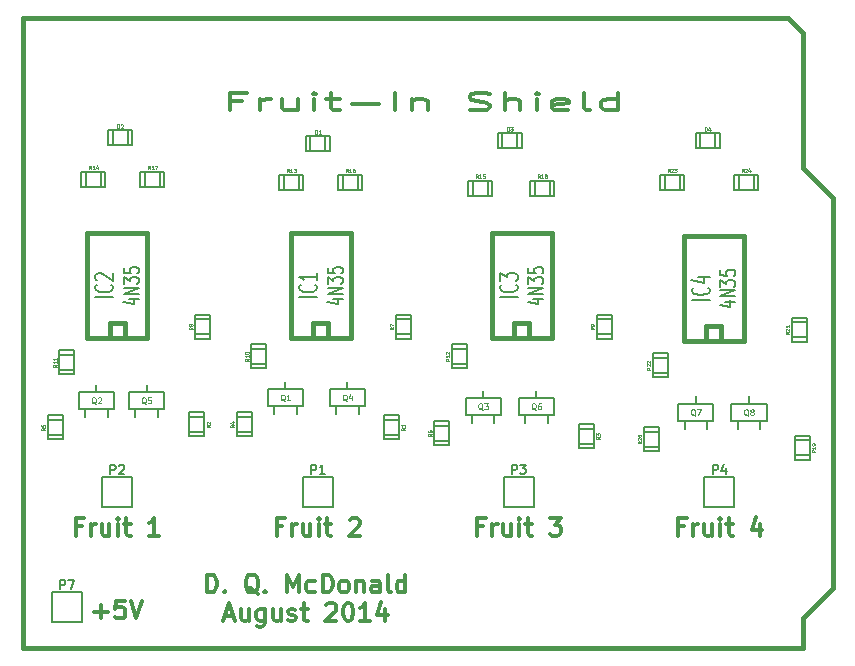
<source format=gto>
%FSLAX34Y34*%
G04 Gerber Fmt 3.4, Leading zero omitted, Abs format*
G04 (created by PCBNEW (2014-02-26 BZR 4721)-product) date Tuesday, 26 August 2014 11:02:49*
%MOIN*%
G01*
G70*
G90*
G04 APERTURE LIST*
%ADD10C,0.005906*%
%ADD11C,0.011811*%
%ADD12C,0.005000*%
%ADD13C,0.015000*%
%ADD14C,0.006000*%
%ADD15C,0.002400*%
%ADD16C,0.012000*%
%ADD17C,0.003900*%
G04 APERTURE END LIST*
G54D10*
G54D11*
X22075Y-44530D02*
X22525Y-44530D01*
X22300Y-44755D02*
X22300Y-44305D01*
X23087Y-44164D02*
X22806Y-44164D01*
X22778Y-44446D01*
X22806Y-44417D01*
X22862Y-44389D01*
X23003Y-44389D01*
X23059Y-44417D01*
X23087Y-44446D01*
X23115Y-44502D01*
X23115Y-44642D01*
X23087Y-44699D01*
X23059Y-44727D01*
X23003Y-44755D01*
X22862Y-44755D01*
X22806Y-44727D01*
X22778Y-44699D01*
X23284Y-44164D02*
X23481Y-44755D01*
X23678Y-44164D01*
X25829Y-43889D02*
X25829Y-43298D01*
X25970Y-43298D01*
X26054Y-43326D01*
X26110Y-43383D01*
X26138Y-43439D01*
X26167Y-43551D01*
X26167Y-43636D01*
X26138Y-43748D01*
X26110Y-43804D01*
X26054Y-43861D01*
X25970Y-43889D01*
X25829Y-43889D01*
X26420Y-43832D02*
X26448Y-43861D01*
X26420Y-43889D01*
X26392Y-43861D01*
X26420Y-43832D01*
X26420Y-43889D01*
X27544Y-43945D02*
X27488Y-43917D01*
X27432Y-43861D01*
X27348Y-43776D01*
X27291Y-43748D01*
X27235Y-43748D01*
X27263Y-43889D02*
X27207Y-43861D01*
X27151Y-43804D01*
X27123Y-43692D01*
X27123Y-43495D01*
X27151Y-43383D01*
X27207Y-43326D01*
X27263Y-43298D01*
X27376Y-43298D01*
X27432Y-43326D01*
X27488Y-43383D01*
X27516Y-43495D01*
X27516Y-43692D01*
X27488Y-43804D01*
X27432Y-43861D01*
X27376Y-43889D01*
X27263Y-43889D01*
X27769Y-43832D02*
X27798Y-43861D01*
X27769Y-43889D01*
X27741Y-43861D01*
X27769Y-43832D01*
X27769Y-43889D01*
X28501Y-43889D02*
X28501Y-43298D01*
X28697Y-43720D01*
X28894Y-43298D01*
X28894Y-43889D01*
X29429Y-43861D02*
X29372Y-43889D01*
X29260Y-43889D01*
X29204Y-43861D01*
X29176Y-43832D01*
X29147Y-43776D01*
X29147Y-43607D01*
X29176Y-43551D01*
X29204Y-43523D01*
X29260Y-43495D01*
X29372Y-43495D01*
X29429Y-43523D01*
X29682Y-43889D02*
X29682Y-43298D01*
X29822Y-43298D01*
X29907Y-43326D01*
X29963Y-43383D01*
X29991Y-43439D01*
X30019Y-43551D01*
X30019Y-43636D01*
X29991Y-43748D01*
X29963Y-43804D01*
X29907Y-43861D01*
X29822Y-43889D01*
X29682Y-43889D01*
X30357Y-43889D02*
X30300Y-43861D01*
X30272Y-43832D01*
X30244Y-43776D01*
X30244Y-43607D01*
X30272Y-43551D01*
X30300Y-43523D01*
X30357Y-43495D01*
X30441Y-43495D01*
X30497Y-43523D01*
X30525Y-43551D01*
X30553Y-43607D01*
X30553Y-43776D01*
X30525Y-43832D01*
X30497Y-43861D01*
X30441Y-43889D01*
X30357Y-43889D01*
X30807Y-43495D02*
X30807Y-43889D01*
X30807Y-43551D02*
X30835Y-43523D01*
X30891Y-43495D01*
X30975Y-43495D01*
X31032Y-43523D01*
X31060Y-43579D01*
X31060Y-43889D01*
X31594Y-43889D02*
X31594Y-43579D01*
X31566Y-43523D01*
X31510Y-43495D01*
X31397Y-43495D01*
X31341Y-43523D01*
X31594Y-43861D02*
X31538Y-43889D01*
X31397Y-43889D01*
X31341Y-43861D01*
X31313Y-43804D01*
X31313Y-43748D01*
X31341Y-43692D01*
X31397Y-43664D01*
X31538Y-43664D01*
X31594Y-43636D01*
X31960Y-43889D02*
X31903Y-43861D01*
X31875Y-43804D01*
X31875Y-43298D01*
X32438Y-43889D02*
X32438Y-43298D01*
X32438Y-43861D02*
X32381Y-43889D01*
X32269Y-43889D01*
X32213Y-43861D01*
X32185Y-43832D01*
X32156Y-43776D01*
X32156Y-43607D01*
X32185Y-43551D01*
X32213Y-43523D01*
X32269Y-43495D01*
X32381Y-43495D01*
X32438Y-43523D01*
X26434Y-44665D02*
X26715Y-44665D01*
X26377Y-44834D02*
X26574Y-44243D01*
X26771Y-44834D01*
X27221Y-44440D02*
X27221Y-44834D01*
X26968Y-44440D02*
X26968Y-44749D01*
X26996Y-44805D01*
X27052Y-44834D01*
X27137Y-44834D01*
X27193Y-44805D01*
X27221Y-44777D01*
X27755Y-44440D02*
X27755Y-44918D01*
X27727Y-44974D01*
X27699Y-45002D01*
X27643Y-45030D01*
X27559Y-45030D01*
X27502Y-45002D01*
X27755Y-44805D02*
X27699Y-44834D01*
X27587Y-44834D01*
X27530Y-44805D01*
X27502Y-44777D01*
X27474Y-44721D01*
X27474Y-44552D01*
X27502Y-44496D01*
X27530Y-44468D01*
X27587Y-44440D01*
X27699Y-44440D01*
X27755Y-44468D01*
X28290Y-44440D02*
X28290Y-44834D01*
X28037Y-44440D02*
X28037Y-44749D01*
X28065Y-44805D01*
X28121Y-44834D01*
X28205Y-44834D01*
X28262Y-44805D01*
X28290Y-44777D01*
X28543Y-44805D02*
X28599Y-44834D01*
X28712Y-44834D01*
X28768Y-44805D01*
X28796Y-44749D01*
X28796Y-44721D01*
X28768Y-44665D01*
X28712Y-44637D01*
X28627Y-44637D01*
X28571Y-44609D01*
X28543Y-44552D01*
X28543Y-44524D01*
X28571Y-44468D01*
X28627Y-44440D01*
X28712Y-44440D01*
X28768Y-44468D01*
X28965Y-44440D02*
X29190Y-44440D01*
X29049Y-44243D02*
X29049Y-44749D01*
X29077Y-44805D01*
X29133Y-44834D01*
X29190Y-44834D01*
X29808Y-44299D02*
X29836Y-44271D01*
X29893Y-44243D01*
X30033Y-44243D01*
X30089Y-44271D01*
X30118Y-44299D01*
X30146Y-44356D01*
X30146Y-44412D01*
X30118Y-44496D01*
X29780Y-44834D01*
X30146Y-44834D01*
X30511Y-44243D02*
X30568Y-44243D01*
X30624Y-44271D01*
X30652Y-44299D01*
X30680Y-44356D01*
X30708Y-44468D01*
X30708Y-44609D01*
X30680Y-44721D01*
X30652Y-44777D01*
X30624Y-44805D01*
X30568Y-44834D01*
X30511Y-44834D01*
X30455Y-44805D01*
X30427Y-44777D01*
X30399Y-44721D01*
X30371Y-44609D01*
X30371Y-44468D01*
X30399Y-44356D01*
X30427Y-44299D01*
X30455Y-44271D01*
X30511Y-44243D01*
X31271Y-44834D02*
X30933Y-44834D01*
X31102Y-44834D02*
X31102Y-44243D01*
X31046Y-44327D01*
X30989Y-44384D01*
X30933Y-44412D01*
X31777Y-44440D02*
X31777Y-44834D01*
X31636Y-44215D02*
X31496Y-44637D01*
X31861Y-44637D01*
X26996Y-27516D02*
X26602Y-27516D01*
X26602Y-27826D02*
X26602Y-27235D01*
X27165Y-27235D01*
X27615Y-27826D02*
X27615Y-27432D01*
X27615Y-27544D02*
X27671Y-27488D01*
X27727Y-27460D01*
X27840Y-27432D01*
X27952Y-27432D01*
X28852Y-27432D02*
X28852Y-27826D01*
X28346Y-27432D02*
X28346Y-27741D01*
X28402Y-27798D01*
X28515Y-27826D01*
X28683Y-27826D01*
X28796Y-27798D01*
X28852Y-27769D01*
X29415Y-27826D02*
X29415Y-27432D01*
X29415Y-27235D02*
X29358Y-27263D01*
X29415Y-27291D01*
X29471Y-27263D01*
X29415Y-27235D01*
X29415Y-27291D01*
X29808Y-27432D02*
X30258Y-27432D01*
X29977Y-27235D02*
X29977Y-27741D01*
X30033Y-27798D01*
X30146Y-27826D01*
X30258Y-27826D01*
X30652Y-27601D02*
X31552Y-27601D01*
X32114Y-27826D02*
X32114Y-27235D01*
X32677Y-27432D02*
X32677Y-27826D01*
X32677Y-27488D02*
X32733Y-27460D01*
X32845Y-27432D01*
X33014Y-27432D01*
X33127Y-27460D01*
X33183Y-27516D01*
X33183Y-27826D01*
X34589Y-27798D02*
X34758Y-27826D01*
X35039Y-27826D01*
X35151Y-27798D01*
X35208Y-27769D01*
X35264Y-27713D01*
X35264Y-27657D01*
X35208Y-27601D01*
X35151Y-27573D01*
X35039Y-27544D01*
X34814Y-27516D01*
X34701Y-27488D01*
X34645Y-27460D01*
X34589Y-27404D01*
X34589Y-27348D01*
X34645Y-27291D01*
X34701Y-27263D01*
X34814Y-27235D01*
X35095Y-27235D01*
X35264Y-27263D01*
X35770Y-27826D02*
X35770Y-27235D01*
X36276Y-27826D02*
X36276Y-27516D01*
X36220Y-27460D01*
X36107Y-27432D01*
X35939Y-27432D01*
X35826Y-27460D01*
X35770Y-27488D01*
X36839Y-27826D02*
X36839Y-27432D01*
X36839Y-27235D02*
X36782Y-27263D01*
X36839Y-27291D01*
X36895Y-27263D01*
X36839Y-27235D01*
X36839Y-27291D01*
X37851Y-27798D02*
X37739Y-27826D01*
X37514Y-27826D01*
X37401Y-27798D01*
X37345Y-27741D01*
X37345Y-27516D01*
X37401Y-27460D01*
X37514Y-27432D01*
X37739Y-27432D01*
X37851Y-27460D01*
X37907Y-27516D01*
X37907Y-27573D01*
X37345Y-27629D01*
X38582Y-27826D02*
X38470Y-27798D01*
X38413Y-27741D01*
X38413Y-27235D01*
X39538Y-27826D02*
X39538Y-27235D01*
X39538Y-27798D02*
X39426Y-27826D01*
X39201Y-27826D01*
X39088Y-27798D01*
X39032Y-27769D01*
X38976Y-27713D01*
X38976Y-27544D01*
X39032Y-27488D01*
X39088Y-27460D01*
X39201Y-27432D01*
X39426Y-27432D01*
X39538Y-27460D01*
X41732Y-41690D02*
X41535Y-41690D01*
X41535Y-41999D02*
X41535Y-41408D01*
X41816Y-41408D01*
X42041Y-41999D02*
X42041Y-41605D01*
X42041Y-41718D02*
X42069Y-41661D01*
X42097Y-41633D01*
X42154Y-41605D01*
X42210Y-41605D01*
X42660Y-41605D02*
X42660Y-41999D01*
X42407Y-41605D02*
X42407Y-41915D01*
X42435Y-41971D01*
X42491Y-41999D01*
X42575Y-41999D01*
X42632Y-41971D01*
X42660Y-41943D01*
X42941Y-41999D02*
X42941Y-41605D01*
X42941Y-41408D02*
X42913Y-41437D01*
X42941Y-41465D01*
X42969Y-41437D01*
X42941Y-41408D01*
X42941Y-41465D01*
X43138Y-41605D02*
X43363Y-41605D01*
X43222Y-41408D02*
X43222Y-41915D01*
X43250Y-41971D01*
X43307Y-41999D01*
X43363Y-41999D01*
X44263Y-41605D02*
X44263Y-41999D01*
X44122Y-41380D02*
X43982Y-41802D01*
X44347Y-41802D01*
X35039Y-41690D02*
X34842Y-41690D01*
X34842Y-41999D02*
X34842Y-41408D01*
X35123Y-41408D01*
X35348Y-41999D02*
X35348Y-41605D01*
X35348Y-41718D02*
X35376Y-41661D01*
X35404Y-41633D01*
X35461Y-41605D01*
X35517Y-41605D01*
X35967Y-41605D02*
X35967Y-41999D01*
X35714Y-41605D02*
X35714Y-41915D01*
X35742Y-41971D01*
X35798Y-41999D01*
X35883Y-41999D01*
X35939Y-41971D01*
X35967Y-41943D01*
X36248Y-41999D02*
X36248Y-41605D01*
X36248Y-41408D02*
X36220Y-41437D01*
X36248Y-41465D01*
X36276Y-41437D01*
X36248Y-41408D01*
X36248Y-41465D01*
X36445Y-41605D02*
X36670Y-41605D01*
X36529Y-41408D02*
X36529Y-41915D01*
X36557Y-41971D01*
X36614Y-41999D01*
X36670Y-41999D01*
X37260Y-41408D02*
X37626Y-41408D01*
X37429Y-41633D01*
X37514Y-41633D01*
X37570Y-41661D01*
X37598Y-41690D01*
X37626Y-41746D01*
X37626Y-41886D01*
X37598Y-41943D01*
X37570Y-41971D01*
X37514Y-41999D01*
X37345Y-41999D01*
X37289Y-41971D01*
X37260Y-41943D01*
X28346Y-41690D02*
X28149Y-41690D01*
X28149Y-41999D02*
X28149Y-41408D01*
X28430Y-41408D01*
X28655Y-41999D02*
X28655Y-41605D01*
X28655Y-41718D02*
X28683Y-41661D01*
X28712Y-41633D01*
X28768Y-41605D01*
X28824Y-41605D01*
X29274Y-41605D02*
X29274Y-41999D01*
X29021Y-41605D02*
X29021Y-41915D01*
X29049Y-41971D01*
X29105Y-41999D01*
X29190Y-41999D01*
X29246Y-41971D01*
X29274Y-41943D01*
X29555Y-41999D02*
X29555Y-41605D01*
X29555Y-41408D02*
X29527Y-41437D01*
X29555Y-41465D01*
X29583Y-41437D01*
X29555Y-41408D01*
X29555Y-41465D01*
X29752Y-41605D02*
X29977Y-41605D01*
X29836Y-41408D02*
X29836Y-41915D01*
X29865Y-41971D01*
X29921Y-41999D01*
X29977Y-41999D01*
X30596Y-41465D02*
X30624Y-41437D01*
X30680Y-41408D01*
X30821Y-41408D01*
X30877Y-41437D01*
X30905Y-41465D01*
X30933Y-41521D01*
X30933Y-41577D01*
X30905Y-41661D01*
X30568Y-41999D01*
X30933Y-41999D01*
X21653Y-41690D02*
X21456Y-41690D01*
X21456Y-41999D02*
X21456Y-41408D01*
X21737Y-41408D01*
X21962Y-41999D02*
X21962Y-41605D01*
X21962Y-41718D02*
X21991Y-41661D01*
X22019Y-41633D01*
X22075Y-41605D01*
X22131Y-41605D01*
X22581Y-41605D02*
X22581Y-41999D01*
X22328Y-41605D02*
X22328Y-41915D01*
X22356Y-41971D01*
X22412Y-41999D01*
X22497Y-41999D01*
X22553Y-41971D01*
X22581Y-41943D01*
X22862Y-41999D02*
X22862Y-41605D01*
X22862Y-41408D02*
X22834Y-41437D01*
X22862Y-41465D01*
X22890Y-41437D01*
X22862Y-41408D01*
X22862Y-41465D01*
X23059Y-41605D02*
X23284Y-41605D01*
X23143Y-41408D02*
X23143Y-41915D01*
X23172Y-41971D01*
X23228Y-41999D01*
X23284Y-41999D01*
X24240Y-41999D02*
X23903Y-41999D01*
X24071Y-41999D02*
X24071Y-41408D01*
X24015Y-41493D01*
X23959Y-41549D01*
X23903Y-41577D01*
G54D12*
X29777Y-28687D02*
X29777Y-29187D01*
X29277Y-28687D02*
X29277Y-29177D01*
X29127Y-28687D02*
X29927Y-28687D01*
X29927Y-28687D02*
X29927Y-29187D01*
X29927Y-29187D02*
X29127Y-29187D01*
X29127Y-29187D02*
X29127Y-28687D01*
X23183Y-28490D02*
X23183Y-28990D01*
X22683Y-28490D02*
X22683Y-28980D01*
X22533Y-28490D02*
X23333Y-28490D01*
X23333Y-28490D02*
X23333Y-28990D01*
X23333Y-28990D02*
X22533Y-28990D01*
X22533Y-28990D02*
X22533Y-28490D01*
X36175Y-28588D02*
X36175Y-29088D01*
X35675Y-28588D02*
X35675Y-29078D01*
X35525Y-28588D02*
X36325Y-28588D01*
X36325Y-28588D02*
X36325Y-29088D01*
X36325Y-29088D02*
X35525Y-29088D01*
X35525Y-29088D02*
X35525Y-28588D01*
X42769Y-28588D02*
X42769Y-29088D01*
X42269Y-28588D02*
X42269Y-29078D01*
X42119Y-28588D02*
X42919Y-28588D01*
X42919Y-28588D02*
X42919Y-29088D01*
X42919Y-29088D02*
X42119Y-29088D01*
X42119Y-29088D02*
X42119Y-28588D01*
G54D13*
X28625Y-35411D02*
X28625Y-31911D01*
X28625Y-31911D02*
X30625Y-31911D01*
X30625Y-31911D02*
X30625Y-35411D01*
X30625Y-35411D02*
X28625Y-35411D01*
X29375Y-35411D02*
X29375Y-34911D01*
X29375Y-34911D02*
X29875Y-34911D01*
X29875Y-34911D02*
X29875Y-35411D01*
X21834Y-35411D02*
X21834Y-31911D01*
X21834Y-31911D02*
X23834Y-31911D01*
X23834Y-31911D02*
X23834Y-35411D01*
X23834Y-35411D02*
X21834Y-35411D01*
X22584Y-35411D02*
X22584Y-34911D01*
X22584Y-34911D02*
X23084Y-34911D01*
X23084Y-34911D02*
X23084Y-35411D01*
X35318Y-35411D02*
X35318Y-31911D01*
X35318Y-31911D02*
X37318Y-31911D01*
X37318Y-31911D02*
X37318Y-35411D01*
X37318Y-35411D02*
X35318Y-35411D01*
X36068Y-35411D02*
X36068Y-34911D01*
X36068Y-34911D02*
X36568Y-34911D01*
X36568Y-34911D02*
X36568Y-35411D01*
X41716Y-35509D02*
X41716Y-32009D01*
X41716Y-32009D02*
X43716Y-32009D01*
X43716Y-32009D02*
X43716Y-35509D01*
X43716Y-35509D02*
X41716Y-35509D01*
X42466Y-35509D02*
X42466Y-35009D01*
X42466Y-35009D02*
X42966Y-35009D01*
X42966Y-35009D02*
X42966Y-35509D01*
G54D14*
X30027Y-41051D02*
X29027Y-41051D01*
X29027Y-40051D02*
X30027Y-40051D01*
X29027Y-41051D02*
X29027Y-40051D01*
X30027Y-40051D02*
X30027Y-41051D01*
X23334Y-41051D02*
X22334Y-41051D01*
X22334Y-40051D02*
X23334Y-40051D01*
X22334Y-41051D02*
X22334Y-40051D01*
X23334Y-40051D02*
X23334Y-41051D01*
X36720Y-41051D02*
X35720Y-41051D01*
X35720Y-40051D02*
X36720Y-40051D01*
X35720Y-41051D02*
X35720Y-40051D01*
X36720Y-40051D02*
X36720Y-41051D01*
X43413Y-41051D02*
X42413Y-41051D01*
X42413Y-40051D02*
X43413Y-40051D01*
X42413Y-41051D02*
X42413Y-40051D01*
X43413Y-40051D02*
X43413Y-41051D01*
G54D12*
X32238Y-38635D02*
X31738Y-38635D01*
X32238Y-38135D02*
X31748Y-38135D01*
X32238Y-37985D02*
X32238Y-38785D01*
X32238Y-38785D02*
X31738Y-38785D01*
X31738Y-38785D02*
X31738Y-37985D01*
X31738Y-37985D02*
X32238Y-37985D01*
X25742Y-38537D02*
X25242Y-38537D01*
X25742Y-38037D02*
X25252Y-38037D01*
X25742Y-37887D02*
X25742Y-38687D01*
X25742Y-38687D02*
X25242Y-38687D01*
X25242Y-38687D02*
X25242Y-37887D01*
X25242Y-37887D02*
X25742Y-37887D01*
X38734Y-38931D02*
X38234Y-38931D01*
X38734Y-38431D02*
X38244Y-38431D01*
X38734Y-38281D02*
X38734Y-39081D01*
X38734Y-39081D02*
X38234Y-39081D01*
X38234Y-39081D02*
X38234Y-38281D01*
X38234Y-38281D02*
X38734Y-38281D01*
X26816Y-38037D02*
X27316Y-38037D01*
X26816Y-38537D02*
X27306Y-38537D01*
X26816Y-38687D02*
X26816Y-37887D01*
X26816Y-37887D02*
X27316Y-37887D01*
X27316Y-37887D02*
X27316Y-38687D01*
X27316Y-38687D02*
X26816Y-38687D01*
X20517Y-38135D02*
X21017Y-38135D01*
X20517Y-38635D02*
X21007Y-38635D01*
X20517Y-38785D02*
X20517Y-37985D01*
X20517Y-37985D02*
X21017Y-37985D01*
X21017Y-37985D02*
X21017Y-38785D01*
X21017Y-38785D02*
X20517Y-38785D01*
X33411Y-38332D02*
X33911Y-38332D01*
X33411Y-38832D02*
X33901Y-38832D01*
X33411Y-38982D02*
X33411Y-38182D01*
X33411Y-38182D02*
X33911Y-38182D01*
X33911Y-38182D02*
X33911Y-38982D01*
X33911Y-38982D02*
X33411Y-38982D01*
X32131Y-34789D02*
X32631Y-34789D01*
X32131Y-35289D02*
X32621Y-35289D01*
X32131Y-35439D02*
X32131Y-34639D01*
X32131Y-34639D02*
X32631Y-34639D01*
X32631Y-34639D02*
X32631Y-35439D01*
X32631Y-35439D02*
X32131Y-35439D01*
X25438Y-34789D02*
X25938Y-34789D01*
X25438Y-35289D02*
X25928Y-35289D01*
X25438Y-35439D02*
X25438Y-34639D01*
X25438Y-34639D02*
X25938Y-34639D01*
X25938Y-34639D02*
X25938Y-35439D01*
X25938Y-35439D02*
X25438Y-35439D01*
X38824Y-34789D02*
X39324Y-34789D01*
X38824Y-35289D02*
X39314Y-35289D01*
X38824Y-35439D02*
X38824Y-34639D01*
X38824Y-34639D02*
X39324Y-34639D01*
X39324Y-34639D02*
X39324Y-35439D01*
X39324Y-35439D02*
X38824Y-35439D01*
X27309Y-35773D02*
X27809Y-35773D01*
X27309Y-36273D02*
X27799Y-36273D01*
X27309Y-36423D02*
X27309Y-35623D01*
X27309Y-35623D02*
X27809Y-35623D01*
X27809Y-35623D02*
X27809Y-36423D01*
X27809Y-36423D02*
X27309Y-36423D01*
X20911Y-35970D02*
X21411Y-35970D01*
X20911Y-36470D02*
X21401Y-36470D01*
X20911Y-36620D02*
X20911Y-35820D01*
X20911Y-35820D02*
X21411Y-35820D01*
X21411Y-35820D02*
X21411Y-36620D01*
X21411Y-36620D02*
X20911Y-36620D01*
X34001Y-35773D02*
X34501Y-35773D01*
X34001Y-36273D02*
X34491Y-36273D01*
X34001Y-36423D02*
X34001Y-35623D01*
X34001Y-35623D02*
X34501Y-35623D01*
X34501Y-35623D02*
X34501Y-36423D01*
X34501Y-36423D02*
X34001Y-36423D01*
X28891Y-29966D02*
X28891Y-30466D01*
X28391Y-29966D02*
X28391Y-30456D01*
X28241Y-29966D02*
X29041Y-29966D01*
X29041Y-29966D02*
X29041Y-30466D01*
X29041Y-30466D02*
X28241Y-30466D01*
X28241Y-30466D02*
X28241Y-29966D01*
X22297Y-29868D02*
X22297Y-30368D01*
X21797Y-29868D02*
X21797Y-30358D01*
X21647Y-29868D02*
X22447Y-29868D01*
X22447Y-29868D02*
X22447Y-30368D01*
X22447Y-30368D02*
X21647Y-30368D01*
X21647Y-30368D02*
X21647Y-29868D01*
X35190Y-30163D02*
X35190Y-30663D01*
X34690Y-30163D02*
X34690Y-30653D01*
X34540Y-30163D02*
X35340Y-30163D01*
X35340Y-30163D02*
X35340Y-30663D01*
X35340Y-30663D02*
X34540Y-30663D01*
X34540Y-30663D02*
X34540Y-30163D01*
X30860Y-29966D02*
X30860Y-30466D01*
X30360Y-29966D02*
X30360Y-30456D01*
X30210Y-29966D02*
X31010Y-29966D01*
X31010Y-29966D02*
X31010Y-30466D01*
X31010Y-30466D02*
X30210Y-30466D01*
X30210Y-30466D02*
X30210Y-29966D01*
X24265Y-29868D02*
X24265Y-30368D01*
X23765Y-29868D02*
X23765Y-30358D01*
X23615Y-29868D02*
X24415Y-29868D01*
X24415Y-29868D02*
X24415Y-30368D01*
X24415Y-30368D02*
X23615Y-30368D01*
X23615Y-30368D02*
X23615Y-29868D01*
X37257Y-30163D02*
X37257Y-30663D01*
X36757Y-30163D02*
X36757Y-30653D01*
X36607Y-30163D02*
X37407Y-30163D01*
X37407Y-30163D02*
X37407Y-30663D01*
X37407Y-30663D02*
X36607Y-30663D01*
X36607Y-30663D02*
X36607Y-30163D01*
X45919Y-39324D02*
X45419Y-39324D01*
X45919Y-38824D02*
X45429Y-38824D01*
X45919Y-38674D02*
X45919Y-39474D01*
X45919Y-39474D02*
X45419Y-39474D01*
X45419Y-39474D02*
X45419Y-38674D01*
X45419Y-38674D02*
X45919Y-38674D01*
X40399Y-38529D02*
X40899Y-38529D01*
X40399Y-39029D02*
X40889Y-39029D01*
X40399Y-39179D02*
X40399Y-38379D01*
X40399Y-38379D02*
X40899Y-38379D01*
X40899Y-38379D02*
X40899Y-39179D01*
X40899Y-39179D02*
X40399Y-39179D01*
X45320Y-34887D02*
X45820Y-34887D01*
X45320Y-35387D02*
X45810Y-35387D01*
X45320Y-35537D02*
X45320Y-34737D01*
X45320Y-34737D02*
X45820Y-34737D01*
X45820Y-34737D02*
X45820Y-35537D01*
X45820Y-35537D02*
X45320Y-35537D01*
X40694Y-36068D02*
X41194Y-36068D01*
X40694Y-36568D02*
X41184Y-36568D01*
X40694Y-36718D02*
X40694Y-35918D01*
X40694Y-35918D02*
X41194Y-35918D01*
X41194Y-35918D02*
X41194Y-36718D01*
X41194Y-36718D02*
X40694Y-36718D01*
X41588Y-29966D02*
X41588Y-30466D01*
X41088Y-29966D02*
X41088Y-30456D01*
X40938Y-29966D02*
X41738Y-29966D01*
X41738Y-29966D02*
X41738Y-30466D01*
X41738Y-30466D02*
X40938Y-30466D01*
X40938Y-30466D02*
X40938Y-29966D01*
X44049Y-29966D02*
X44049Y-30466D01*
X43549Y-29966D02*
X43549Y-30456D01*
X43399Y-29966D02*
X44199Y-29966D01*
X44199Y-29966D02*
X44199Y-30466D01*
X44199Y-30466D02*
X43399Y-30466D01*
X43399Y-30466D02*
X43399Y-29966D01*
G54D13*
X45686Y-29739D02*
X45686Y-25239D01*
X45686Y-25239D02*
X45186Y-24739D01*
X45186Y-24739D02*
X19686Y-24739D01*
X45686Y-45739D02*
X19686Y-45739D01*
X19686Y-45739D02*
X19686Y-24739D01*
X45686Y-29739D02*
X46686Y-30739D01*
X46686Y-30739D02*
X46686Y-43739D01*
X46686Y-43739D02*
X45686Y-44739D01*
X45686Y-44739D02*
X45686Y-45739D01*
G54D14*
X21661Y-44889D02*
X20661Y-44889D01*
X20661Y-43889D02*
X21661Y-43889D01*
X20661Y-44889D02*
X20661Y-43889D01*
X21661Y-43889D02*
X21661Y-44889D01*
G54D12*
X28819Y-37676D02*
X28819Y-37936D01*
X28069Y-37676D02*
X28069Y-37936D01*
X28444Y-37126D02*
X28444Y-36866D01*
X27854Y-37126D02*
X29034Y-37126D01*
X29034Y-37126D02*
X29034Y-37676D01*
X29034Y-37676D02*
X27854Y-37676D01*
X27854Y-37676D02*
X27854Y-37126D01*
X22520Y-37775D02*
X22520Y-38035D01*
X21770Y-37775D02*
X21770Y-38035D01*
X22145Y-37225D02*
X22145Y-36965D01*
X21555Y-37225D02*
X22735Y-37225D01*
X22735Y-37225D02*
X22735Y-37775D01*
X22735Y-37775D02*
X21555Y-37775D01*
X21555Y-37775D02*
X21555Y-37225D01*
X35414Y-37971D02*
X35414Y-38231D01*
X34664Y-37971D02*
X34664Y-38231D01*
X35039Y-37421D02*
X35039Y-37161D01*
X34449Y-37421D02*
X35629Y-37421D01*
X35629Y-37421D02*
X35629Y-37971D01*
X35629Y-37971D02*
X34449Y-37971D01*
X34449Y-37971D02*
X34449Y-37421D01*
X30886Y-37676D02*
X30886Y-37936D01*
X30136Y-37676D02*
X30136Y-37936D01*
X30511Y-37126D02*
X30511Y-36866D01*
X29921Y-37126D02*
X31101Y-37126D01*
X31101Y-37126D02*
X31101Y-37676D01*
X31101Y-37676D02*
X29921Y-37676D01*
X29921Y-37676D02*
X29921Y-37126D01*
X24193Y-37775D02*
X24193Y-38035D01*
X23443Y-37775D02*
X23443Y-38035D01*
X23818Y-37225D02*
X23818Y-36965D01*
X23228Y-37225D02*
X24408Y-37225D01*
X24408Y-37225D02*
X24408Y-37775D01*
X24408Y-37775D02*
X23228Y-37775D01*
X23228Y-37775D02*
X23228Y-37225D01*
X37186Y-37971D02*
X37186Y-38231D01*
X36436Y-37971D02*
X36436Y-38231D01*
X36811Y-37421D02*
X36811Y-37161D01*
X36221Y-37421D02*
X37401Y-37421D01*
X37401Y-37421D02*
X37401Y-37971D01*
X37401Y-37971D02*
X36221Y-37971D01*
X36221Y-37971D02*
X36221Y-37421D01*
X42500Y-38168D02*
X42500Y-38428D01*
X41750Y-38168D02*
X41750Y-38428D01*
X42125Y-37618D02*
X42125Y-37358D01*
X41535Y-37618D02*
X42715Y-37618D01*
X42715Y-37618D02*
X42715Y-38168D01*
X42715Y-38168D02*
X41535Y-38168D01*
X41535Y-38168D02*
X41535Y-37618D01*
X44272Y-38168D02*
X44272Y-38428D01*
X43522Y-38168D02*
X43522Y-38428D01*
X43897Y-37618D02*
X43897Y-37358D01*
X43307Y-37618D02*
X44487Y-37618D01*
X44487Y-37618D02*
X44487Y-38168D01*
X44487Y-38168D02*
X43307Y-38168D01*
X43307Y-38168D02*
X43307Y-37618D01*
G54D15*
X29440Y-28600D02*
X29440Y-28482D01*
X29468Y-28482D01*
X29485Y-28488D01*
X29496Y-28499D01*
X29502Y-28510D01*
X29507Y-28532D01*
X29507Y-28549D01*
X29502Y-28572D01*
X29496Y-28583D01*
X29485Y-28594D01*
X29468Y-28600D01*
X29440Y-28600D01*
X29620Y-28600D02*
X29552Y-28600D01*
X29586Y-28600D02*
X29586Y-28482D01*
X29575Y-28499D01*
X29564Y-28510D01*
X29552Y-28516D01*
X22845Y-28403D02*
X22845Y-28285D01*
X22874Y-28285D01*
X22890Y-28291D01*
X22902Y-28302D01*
X22907Y-28313D01*
X22913Y-28336D01*
X22913Y-28352D01*
X22907Y-28375D01*
X22902Y-28386D01*
X22890Y-28397D01*
X22874Y-28403D01*
X22845Y-28403D01*
X22958Y-28296D02*
X22963Y-28291D01*
X22975Y-28285D01*
X23003Y-28285D01*
X23014Y-28291D01*
X23020Y-28296D01*
X23025Y-28308D01*
X23025Y-28319D01*
X23020Y-28336D01*
X22952Y-28403D01*
X23025Y-28403D01*
X35838Y-28501D02*
X35838Y-28383D01*
X35866Y-28383D01*
X35883Y-28389D01*
X35894Y-28400D01*
X35899Y-28412D01*
X35905Y-28434D01*
X35905Y-28451D01*
X35899Y-28473D01*
X35894Y-28485D01*
X35883Y-28496D01*
X35866Y-28501D01*
X35838Y-28501D01*
X35944Y-28383D02*
X36017Y-28383D01*
X35978Y-28428D01*
X35995Y-28428D01*
X36006Y-28434D01*
X36012Y-28440D01*
X36017Y-28451D01*
X36017Y-28479D01*
X36012Y-28490D01*
X36006Y-28496D01*
X35995Y-28501D01*
X35961Y-28501D01*
X35950Y-28496D01*
X35944Y-28490D01*
X42432Y-28501D02*
X42432Y-28383D01*
X42460Y-28383D01*
X42477Y-28389D01*
X42488Y-28400D01*
X42494Y-28412D01*
X42500Y-28434D01*
X42500Y-28451D01*
X42494Y-28473D01*
X42488Y-28485D01*
X42477Y-28496D01*
X42460Y-28501D01*
X42432Y-28501D01*
X42601Y-28423D02*
X42601Y-28501D01*
X42573Y-28378D02*
X42544Y-28462D01*
X42618Y-28462D01*
G54D14*
X29497Y-34051D02*
X28897Y-34051D01*
X29440Y-33632D02*
X29468Y-33651D01*
X29497Y-33709D01*
X29497Y-33747D01*
X29468Y-33804D01*
X29411Y-33842D01*
X29354Y-33861D01*
X29240Y-33880D01*
X29154Y-33880D01*
X29040Y-33861D01*
X28983Y-33842D01*
X28925Y-33804D01*
X28897Y-33747D01*
X28897Y-33709D01*
X28925Y-33651D01*
X28954Y-33632D01*
X29497Y-33251D02*
X29497Y-33480D01*
X29497Y-33366D02*
X28897Y-33366D01*
X28983Y-33404D01*
X29040Y-33442D01*
X29068Y-33480D01*
X30018Y-34111D02*
X30352Y-34111D01*
X29828Y-34194D02*
X30185Y-34278D01*
X30185Y-34061D01*
X30352Y-33928D02*
X29852Y-33928D01*
X30352Y-33728D01*
X29852Y-33728D01*
X29852Y-33594D02*
X29852Y-33378D01*
X30042Y-33494D01*
X30042Y-33444D01*
X30066Y-33411D01*
X30090Y-33394D01*
X30137Y-33378D01*
X30256Y-33378D01*
X30304Y-33394D01*
X30328Y-33411D01*
X30352Y-33444D01*
X30352Y-33544D01*
X30328Y-33578D01*
X30304Y-33594D01*
X29852Y-33061D02*
X29852Y-33228D01*
X30090Y-33244D01*
X30066Y-33228D01*
X30042Y-33194D01*
X30042Y-33111D01*
X30066Y-33078D01*
X30090Y-33061D01*
X30137Y-33044D01*
X30256Y-33044D01*
X30304Y-33061D01*
X30328Y-33078D01*
X30352Y-33111D01*
X30352Y-33194D01*
X30328Y-33228D01*
X30304Y-33244D01*
X22706Y-34051D02*
X22106Y-34051D01*
X22648Y-33632D02*
X22677Y-33651D01*
X22706Y-33709D01*
X22706Y-33747D01*
X22677Y-33804D01*
X22620Y-33842D01*
X22563Y-33861D01*
X22448Y-33880D01*
X22363Y-33880D01*
X22248Y-33861D01*
X22191Y-33842D01*
X22134Y-33804D01*
X22106Y-33747D01*
X22106Y-33709D01*
X22134Y-33651D01*
X22163Y-33632D01*
X22163Y-33480D02*
X22134Y-33461D01*
X22106Y-33423D01*
X22106Y-33328D01*
X22134Y-33289D01*
X22163Y-33270D01*
X22220Y-33251D01*
X22277Y-33251D01*
X22363Y-33270D01*
X22706Y-33499D01*
X22706Y-33251D01*
X23227Y-34111D02*
X23560Y-34111D01*
X23037Y-34194D02*
X23394Y-34278D01*
X23394Y-34061D01*
X23560Y-33928D02*
X23060Y-33928D01*
X23560Y-33728D01*
X23060Y-33728D01*
X23060Y-33594D02*
X23060Y-33378D01*
X23251Y-33494D01*
X23251Y-33444D01*
X23275Y-33411D01*
X23298Y-33394D01*
X23346Y-33378D01*
X23465Y-33378D01*
X23513Y-33394D01*
X23537Y-33411D01*
X23560Y-33444D01*
X23560Y-33544D01*
X23537Y-33578D01*
X23513Y-33594D01*
X23060Y-33061D02*
X23060Y-33228D01*
X23298Y-33244D01*
X23275Y-33228D01*
X23251Y-33194D01*
X23251Y-33111D01*
X23275Y-33078D01*
X23298Y-33061D01*
X23346Y-33044D01*
X23465Y-33044D01*
X23513Y-33061D01*
X23537Y-33078D01*
X23560Y-33111D01*
X23560Y-33194D01*
X23537Y-33228D01*
X23513Y-33244D01*
X36190Y-34051D02*
X35590Y-34051D01*
X36133Y-33632D02*
X36161Y-33651D01*
X36190Y-33709D01*
X36190Y-33747D01*
X36161Y-33804D01*
X36104Y-33842D01*
X36047Y-33861D01*
X35933Y-33880D01*
X35847Y-33880D01*
X35733Y-33861D01*
X35676Y-33842D01*
X35618Y-33804D01*
X35590Y-33747D01*
X35590Y-33709D01*
X35618Y-33651D01*
X35647Y-33632D01*
X35590Y-33499D02*
X35590Y-33251D01*
X35818Y-33385D01*
X35818Y-33328D01*
X35847Y-33289D01*
X35876Y-33270D01*
X35933Y-33251D01*
X36076Y-33251D01*
X36133Y-33270D01*
X36161Y-33289D01*
X36190Y-33328D01*
X36190Y-33442D01*
X36161Y-33480D01*
X36133Y-33499D01*
X36711Y-34111D02*
X37045Y-34111D01*
X36521Y-34194D02*
X36878Y-34278D01*
X36878Y-34061D01*
X37045Y-33928D02*
X36545Y-33928D01*
X37045Y-33728D01*
X36545Y-33728D01*
X36545Y-33594D02*
X36545Y-33378D01*
X36735Y-33494D01*
X36735Y-33444D01*
X36759Y-33411D01*
X36783Y-33394D01*
X36830Y-33378D01*
X36949Y-33378D01*
X36997Y-33394D01*
X37021Y-33411D01*
X37045Y-33444D01*
X37045Y-33544D01*
X37021Y-33578D01*
X36997Y-33594D01*
X36545Y-33061D02*
X36545Y-33228D01*
X36783Y-33244D01*
X36759Y-33228D01*
X36735Y-33194D01*
X36735Y-33111D01*
X36759Y-33078D01*
X36783Y-33061D01*
X36830Y-33044D01*
X36949Y-33044D01*
X36997Y-33061D01*
X37021Y-33078D01*
X37045Y-33111D01*
X37045Y-33194D01*
X37021Y-33228D01*
X36997Y-33244D01*
X42587Y-34150D02*
X41987Y-34150D01*
X42530Y-33731D02*
X42559Y-33750D01*
X42587Y-33807D01*
X42587Y-33845D01*
X42559Y-33902D01*
X42502Y-33940D01*
X42445Y-33959D01*
X42330Y-33978D01*
X42245Y-33978D01*
X42130Y-33959D01*
X42073Y-33940D01*
X42016Y-33902D01*
X41987Y-33845D01*
X41987Y-33807D01*
X42016Y-33750D01*
X42045Y-33731D01*
X42187Y-33388D02*
X42587Y-33388D01*
X41959Y-33483D02*
X42387Y-33578D01*
X42387Y-33331D01*
X43109Y-34209D02*
X43442Y-34209D01*
X42918Y-34293D02*
X43276Y-34376D01*
X43276Y-34159D01*
X43442Y-34026D02*
X42942Y-34026D01*
X43442Y-33826D01*
X42942Y-33826D01*
X42942Y-33693D02*
X42942Y-33476D01*
X43133Y-33593D01*
X43133Y-33543D01*
X43157Y-33509D01*
X43180Y-33493D01*
X43228Y-33476D01*
X43347Y-33476D01*
X43395Y-33493D01*
X43418Y-33509D01*
X43442Y-33543D01*
X43442Y-33643D01*
X43418Y-33676D01*
X43395Y-33693D01*
X42942Y-33159D02*
X42942Y-33326D01*
X43180Y-33343D01*
X43157Y-33326D01*
X43133Y-33293D01*
X43133Y-33209D01*
X43157Y-33176D01*
X43180Y-33159D01*
X43228Y-33143D01*
X43347Y-33143D01*
X43395Y-33159D01*
X43418Y-33176D01*
X43442Y-33209D01*
X43442Y-33293D01*
X43418Y-33326D01*
X43395Y-33343D01*
X29306Y-39936D02*
X29306Y-39636D01*
X29420Y-39636D01*
X29448Y-39651D01*
X29463Y-39665D01*
X29477Y-39694D01*
X29477Y-39736D01*
X29463Y-39765D01*
X29448Y-39779D01*
X29420Y-39794D01*
X29306Y-39794D01*
X29763Y-39936D02*
X29591Y-39936D01*
X29677Y-39936D02*
X29677Y-39636D01*
X29648Y-39679D01*
X29620Y-39708D01*
X29591Y-39722D01*
X22613Y-39936D02*
X22613Y-39636D01*
X22727Y-39636D01*
X22756Y-39651D01*
X22770Y-39665D01*
X22784Y-39694D01*
X22784Y-39736D01*
X22770Y-39765D01*
X22756Y-39779D01*
X22727Y-39794D01*
X22613Y-39794D01*
X22898Y-39665D02*
X22913Y-39651D01*
X22941Y-39636D01*
X23013Y-39636D01*
X23041Y-39651D01*
X23056Y-39665D01*
X23070Y-39694D01*
X23070Y-39722D01*
X23056Y-39765D01*
X22884Y-39936D01*
X23070Y-39936D01*
X35999Y-39936D02*
X35999Y-39636D01*
X36113Y-39636D01*
X36141Y-39651D01*
X36156Y-39665D01*
X36170Y-39694D01*
X36170Y-39736D01*
X36156Y-39765D01*
X36141Y-39779D01*
X36113Y-39794D01*
X35999Y-39794D01*
X36270Y-39636D02*
X36456Y-39636D01*
X36356Y-39751D01*
X36399Y-39751D01*
X36427Y-39765D01*
X36441Y-39779D01*
X36456Y-39808D01*
X36456Y-39879D01*
X36441Y-39908D01*
X36427Y-39922D01*
X36399Y-39936D01*
X36313Y-39936D01*
X36284Y-39922D01*
X36270Y-39908D01*
X42691Y-39936D02*
X42691Y-39636D01*
X42806Y-39636D01*
X42834Y-39651D01*
X42849Y-39665D01*
X42863Y-39694D01*
X42863Y-39736D01*
X42849Y-39765D01*
X42834Y-39779D01*
X42806Y-39794D01*
X42691Y-39794D01*
X43120Y-39736D02*
X43120Y-39936D01*
X43049Y-39622D02*
X42977Y-39836D01*
X43163Y-39836D01*
G54D15*
X32431Y-38405D02*
X32375Y-38444D01*
X32431Y-38472D02*
X32313Y-38472D01*
X32313Y-38427D01*
X32319Y-38416D01*
X32324Y-38411D01*
X32336Y-38405D01*
X32352Y-38405D01*
X32364Y-38411D01*
X32369Y-38416D01*
X32375Y-38427D01*
X32375Y-38472D01*
X32431Y-38293D02*
X32431Y-38360D01*
X32431Y-38326D02*
X32313Y-38326D01*
X32330Y-38338D01*
X32341Y-38349D01*
X32347Y-38360D01*
X25935Y-38307D02*
X25879Y-38346D01*
X25935Y-38374D02*
X25817Y-38374D01*
X25817Y-38329D01*
X25823Y-38318D01*
X25828Y-38312D01*
X25839Y-38307D01*
X25856Y-38307D01*
X25868Y-38312D01*
X25873Y-38318D01*
X25879Y-38329D01*
X25879Y-38374D01*
X25828Y-38262D02*
X25823Y-38256D01*
X25817Y-38245D01*
X25817Y-38217D01*
X25823Y-38205D01*
X25828Y-38200D01*
X25839Y-38194D01*
X25851Y-38194D01*
X25868Y-38200D01*
X25935Y-38267D01*
X25935Y-38194D01*
X38927Y-38700D02*
X38871Y-38740D01*
X38927Y-38768D02*
X38809Y-38768D01*
X38809Y-38723D01*
X38815Y-38712D01*
X38820Y-38706D01*
X38832Y-38700D01*
X38848Y-38700D01*
X38860Y-38706D01*
X38865Y-38712D01*
X38871Y-38723D01*
X38871Y-38768D01*
X38809Y-38661D02*
X38809Y-38588D01*
X38854Y-38627D01*
X38854Y-38610D01*
X38860Y-38599D01*
X38865Y-38594D01*
X38877Y-38588D01*
X38905Y-38588D01*
X38916Y-38594D01*
X38922Y-38599D01*
X38927Y-38610D01*
X38927Y-38644D01*
X38922Y-38655D01*
X38916Y-38661D01*
X26730Y-38307D02*
X26674Y-38346D01*
X26730Y-38374D02*
X26612Y-38374D01*
X26612Y-38329D01*
X26617Y-38318D01*
X26623Y-38312D01*
X26634Y-38307D01*
X26651Y-38307D01*
X26662Y-38312D01*
X26668Y-38318D01*
X26674Y-38329D01*
X26674Y-38374D01*
X26651Y-38205D02*
X26730Y-38205D01*
X26606Y-38234D02*
X26690Y-38262D01*
X26690Y-38189D01*
X20431Y-38405D02*
X20374Y-38444D01*
X20431Y-38472D02*
X20313Y-38472D01*
X20313Y-38427D01*
X20318Y-38416D01*
X20324Y-38411D01*
X20335Y-38405D01*
X20352Y-38405D01*
X20363Y-38411D01*
X20369Y-38416D01*
X20374Y-38427D01*
X20374Y-38472D01*
X20313Y-38298D02*
X20313Y-38354D01*
X20369Y-38360D01*
X20363Y-38354D01*
X20358Y-38343D01*
X20358Y-38315D01*
X20363Y-38304D01*
X20369Y-38298D01*
X20380Y-38293D01*
X20408Y-38293D01*
X20419Y-38298D01*
X20425Y-38304D01*
X20431Y-38315D01*
X20431Y-38343D01*
X20425Y-38354D01*
X20419Y-38360D01*
X33324Y-38602D02*
X33268Y-38641D01*
X33324Y-38669D02*
X33206Y-38669D01*
X33206Y-38624D01*
X33212Y-38613D01*
X33218Y-38607D01*
X33229Y-38602D01*
X33246Y-38602D01*
X33257Y-38607D01*
X33262Y-38613D01*
X33268Y-38624D01*
X33268Y-38669D01*
X33206Y-38501D02*
X33206Y-38523D01*
X33212Y-38534D01*
X33218Y-38540D01*
X33234Y-38551D01*
X33257Y-38557D01*
X33302Y-38557D01*
X33313Y-38551D01*
X33319Y-38546D01*
X33324Y-38534D01*
X33324Y-38512D01*
X33319Y-38501D01*
X33313Y-38495D01*
X33302Y-38489D01*
X33274Y-38489D01*
X33262Y-38495D01*
X33257Y-38501D01*
X33251Y-38512D01*
X33251Y-38534D01*
X33257Y-38546D01*
X33262Y-38551D01*
X33274Y-38557D01*
X32045Y-35059D02*
X31989Y-35098D01*
X32045Y-35126D02*
X31927Y-35126D01*
X31927Y-35081D01*
X31932Y-35070D01*
X31938Y-35064D01*
X31949Y-35059D01*
X31966Y-35059D01*
X31977Y-35064D01*
X31983Y-35070D01*
X31989Y-35081D01*
X31989Y-35126D01*
X31927Y-35019D02*
X31927Y-34941D01*
X32045Y-34991D01*
X25352Y-35059D02*
X25296Y-35098D01*
X25352Y-35126D02*
X25234Y-35126D01*
X25234Y-35081D01*
X25239Y-35070D01*
X25245Y-35064D01*
X25256Y-35059D01*
X25273Y-35059D01*
X25284Y-35064D01*
X25290Y-35070D01*
X25296Y-35081D01*
X25296Y-35126D01*
X25284Y-34991D02*
X25279Y-35002D01*
X25273Y-35008D01*
X25262Y-35014D01*
X25256Y-35014D01*
X25245Y-35008D01*
X25239Y-35002D01*
X25234Y-34991D01*
X25234Y-34969D01*
X25239Y-34957D01*
X25245Y-34952D01*
X25256Y-34946D01*
X25262Y-34946D01*
X25273Y-34952D01*
X25279Y-34957D01*
X25284Y-34969D01*
X25284Y-34991D01*
X25290Y-35002D01*
X25296Y-35008D01*
X25307Y-35014D01*
X25329Y-35014D01*
X25341Y-35008D01*
X25346Y-35002D01*
X25352Y-34991D01*
X25352Y-34969D01*
X25346Y-34957D01*
X25341Y-34952D01*
X25329Y-34946D01*
X25307Y-34946D01*
X25296Y-34952D01*
X25290Y-34957D01*
X25284Y-34969D01*
X38738Y-35059D02*
X38681Y-35098D01*
X38738Y-35126D02*
X38620Y-35126D01*
X38620Y-35081D01*
X38625Y-35070D01*
X38631Y-35064D01*
X38642Y-35059D01*
X38659Y-35059D01*
X38670Y-35064D01*
X38676Y-35070D01*
X38681Y-35081D01*
X38681Y-35126D01*
X38738Y-35002D02*
X38738Y-34980D01*
X38732Y-34969D01*
X38726Y-34963D01*
X38710Y-34952D01*
X38687Y-34946D01*
X38642Y-34946D01*
X38631Y-34952D01*
X38625Y-34957D01*
X38620Y-34969D01*
X38620Y-34991D01*
X38625Y-35002D01*
X38631Y-35008D01*
X38642Y-35014D01*
X38670Y-35014D01*
X38681Y-35008D01*
X38687Y-35002D01*
X38693Y-34991D01*
X38693Y-34969D01*
X38687Y-34957D01*
X38681Y-34952D01*
X38670Y-34946D01*
X27222Y-36099D02*
X27166Y-36138D01*
X27222Y-36166D02*
X27104Y-36166D01*
X27104Y-36121D01*
X27110Y-36110D01*
X27115Y-36105D01*
X27126Y-36099D01*
X27143Y-36099D01*
X27155Y-36105D01*
X27160Y-36110D01*
X27166Y-36121D01*
X27166Y-36166D01*
X27222Y-35987D02*
X27222Y-36054D01*
X27222Y-36020D02*
X27104Y-36020D01*
X27121Y-36032D01*
X27132Y-36043D01*
X27138Y-36054D01*
X27104Y-35914D02*
X27104Y-35902D01*
X27110Y-35891D01*
X27115Y-35885D01*
X27126Y-35880D01*
X27149Y-35874D01*
X27177Y-35874D01*
X27199Y-35880D01*
X27211Y-35885D01*
X27216Y-35891D01*
X27222Y-35902D01*
X27222Y-35914D01*
X27216Y-35925D01*
X27211Y-35930D01*
X27199Y-35936D01*
X27177Y-35942D01*
X27149Y-35942D01*
X27126Y-35936D01*
X27115Y-35930D01*
X27110Y-35925D01*
X27104Y-35914D01*
X20824Y-36296D02*
X20768Y-36335D01*
X20824Y-36363D02*
X20706Y-36363D01*
X20706Y-36318D01*
X20712Y-36307D01*
X20718Y-36301D01*
X20729Y-36296D01*
X20746Y-36296D01*
X20757Y-36301D01*
X20762Y-36307D01*
X20768Y-36318D01*
X20768Y-36363D01*
X20824Y-36183D02*
X20824Y-36251D01*
X20824Y-36217D02*
X20706Y-36217D01*
X20723Y-36228D01*
X20734Y-36240D01*
X20740Y-36251D01*
X20824Y-36071D02*
X20824Y-36138D01*
X20824Y-36105D02*
X20706Y-36105D01*
X20723Y-36116D01*
X20734Y-36127D01*
X20740Y-36138D01*
X33915Y-36099D02*
X33859Y-36138D01*
X33915Y-36166D02*
X33797Y-36166D01*
X33797Y-36121D01*
X33802Y-36110D01*
X33808Y-36105D01*
X33819Y-36099D01*
X33836Y-36099D01*
X33847Y-36105D01*
X33853Y-36110D01*
X33859Y-36121D01*
X33859Y-36166D01*
X33915Y-35987D02*
X33915Y-36054D01*
X33915Y-36020D02*
X33797Y-36020D01*
X33814Y-36032D01*
X33825Y-36043D01*
X33831Y-36054D01*
X33808Y-35942D02*
X33802Y-35936D01*
X33797Y-35925D01*
X33797Y-35897D01*
X33802Y-35885D01*
X33808Y-35880D01*
X33819Y-35874D01*
X33831Y-35874D01*
X33847Y-35880D01*
X33915Y-35947D01*
X33915Y-35874D01*
X28565Y-29879D02*
X28526Y-29823D01*
X28498Y-29879D02*
X28498Y-29761D01*
X28543Y-29761D01*
X28554Y-29767D01*
X28560Y-29773D01*
X28565Y-29784D01*
X28565Y-29801D01*
X28560Y-29812D01*
X28554Y-29818D01*
X28543Y-29823D01*
X28498Y-29823D01*
X28678Y-29879D02*
X28610Y-29879D01*
X28644Y-29879D02*
X28644Y-29761D01*
X28633Y-29778D01*
X28622Y-29790D01*
X28610Y-29795D01*
X28717Y-29761D02*
X28790Y-29761D01*
X28751Y-29806D01*
X28768Y-29806D01*
X28779Y-29812D01*
X28785Y-29818D01*
X28790Y-29829D01*
X28790Y-29857D01*
X28785Y-29868D01*
X28779Y-29874D01*
X28768Y-29879D01*
X28734Y-29879D01*
X28723Y-29874D01*
X28717Y-29868D01*
X21971Y-29781D02*
X21932Y-29725D01*
X21903Y-29781D02*
X21903Y-29663D01*
X21948Y-29663D01*
X21960Y-29669D01*
X21965Y-29674D01*
X21971Y-29685D01*
X21971Y-29702D01*
X21965Y-29714D01*
X21960Y-29719D01*
X21948Y-29725D01*
X21903Y-29725D01*
X22083Y-29781D02*
X22016Y-29781D01*
X22050Y-29781D02*
X22050Y-29663D01*
X22038Y-29680D01*
X22027Y-29691D01*
X22016Y-29697D01*
X22184Y-29702D02*
X22184Y-29781D01*
X22156Y-29657D02*
X22128Y-29742D01*
X22201Y-29742D01*
X34865Y-30076D02*
X34825Y-30020D01*
X34797Y-30076D02*
X34797Y-29958D01*
X34842Y-29958D01*
X34853Y-29964D01*
X34859Y-29970D01*
X34865Y-29981D01*
X34865Y-29998D01*
X34859Y-30009D01*
X34853Y-30014D01*
X34842Y-30020D01*
X34797Y-30020D01*
X34977Y-30076D02*
X34910Y-30076D01*
X34943Y-30076D02*
X34943Y-29958D01*
X34932Y-29975D01*
X34921Y-29986D01*
X34910Y-29992D01*
X35084Y-29958D02*
X35028Y-29958D01*
X35022Y-30014D01*
X35028Y-30009D01*
X35039Y-30003D01*
X35067Y-30003D01*
X35078Y-30009D01*
X35084Y-30014D01*
X35089Y-30026D01*
X35089Y-30054D01*
X35084Y-30065D01*
X35078Y-30071D01*
X35067Y-30076D01*
X35039Y-30076D01*
X35028Y-30071D01*
X35022Y-30065D01*
X30534Y-29879D02*
X30495Y-29823D01*
X30466Y-29879D02*
X30466Y-29761D01*
X30511Y-29761D01*
X30523Y-29767D01*
X30528Y-29773D01*
X30534Y-29784D01*
X30534Y-29801D01*
X30528Y-29812D01*
X30523Y-29818D01*
X30511Y-29823D01*
X30466Y-29823D01*
X30646Y-29879D02*
X30579Y-29879D01*
X30613Y-29879D02*
X30613Y-29761D01*
X30601Y-29778D01*
X30590Y-29790D01*
X30579Y-29795D01*
X30747Y-29761D02*
X30725Y-29761D01*
X30714Y-29767D01*
X30708Y-29773D01*
X30697Y-29790D01*
X30691Y-29812D01*
X30691Y-29857D01*
X30697Y-29868D01*
X30702Y-29874D01*
X30714Y-29879D01*
X30736Y-29879D01*
X30747Y-29874D01*
X30753Y-29868D01*
X30759Y-29857D01*
X30759Y-29829D01*
X30753Y-29818D01*
X30747Y-29812D01*
X30736Y-29806D01*
X30714Y-29806D01*
X30702Y-29812D01*
X30697Y-29818D01*
X30691Y-29829D01*
X23939Y-29781D02*
X23900Y-29725D01*
X23872Y-29781D02*
X23872Y-29663D01*
X23917Y-29663D01*
X23928Y-29669D01*
X23934Y-29674D01*
X23939Y-29685D01*
X23939Y-29702D01*
X23934Y-29714D01*
X23928Y-29719D01*
X23917Y-29725D01*
X23872Y-29725D01*
X24052Y-29781D02*
X23984Y-29781D01*
X24018Y-29781D02*
X24018Y-29663D01*
X24007Y-29680D01*
X23996Y-29691D01*
X23984Y-29697D01*
X24091Y-29663D02*
X24170Y-29663D01*
X24119Y-29781D01*
X36932Y-30076D02*
X36892Y-30020D01*
X36864Y-30076D02*
X36864Y-29958D01*
X36909Y-29958D01*
X36920Y-29964D01*
X36926Y-29970D01*
X36932Y-29981D01*
X36932Y-29998D01*
X36926Y-30009D01*
X36920Y-30014D01*
X36909Y-30020D01*
X36864Y-30020D01*
X37044Y-30076D02*
X36976Y-30076D01*
X37010Y-30076D02*
X37010Y-29958D01*
X36999Y-29975D01*
X36988Y-29986D01*
X36976Y-29992D01*
X37111Y-30009D02*
X37100Y-30003D01*
X37094Y-29998D01*
X37089Y-29986D01*
X37089Y-29981D01*
X37094Y-29970D01*
X37100Y-29964D01*
X37111Y-29958D01*
X37134Y-29958D01*
X37145Y-29964D01*
X37151Y-29970D01*
X37156Y-29981D01*
X37156Y-29986D01*
X37151Y-29998D01*
X37145Y-30003D01*
X37134Y-30009D01*
X37111Y-30009D01*
X37100Y-30014D01*
X37094Y-30020D01*
X37089Y-30031D01*
X37089Y-30054D01*
X37094Y-30065D01*
X37100Y-30071D01*
X37111Y-30076D01*
X37134Y-30076D01*
X37145Y-30071D01*
X37151Y-30065D01*
X37156Y-30054D01*
X37156Y-30031D01*
X37151Y-30020D01*
X37145Y-30014D01*
X37134Y-30009D01*
X46112Y-39150D02*
X46056Y-39189D01*
X46112Y-39218D02*
X45994Y-39218D01*
X45994Y-39173D01*
X46000Y-39161D01*
X46005Y-39156D01*
X46017Y-39150D01*
X46034Y-39150D01*
X46045Y-39156D01*
X46050Y-39161D01*
X46056Y-39173D01*
X46056Y-39218D01*
X46112Y-39038D02*
X46112Y-39105D01*
X46112Y-39071D02*
X45994Y-39071D01*
X46011Y-39083D01*
X46022Y-39094D01*
X46028Y-39105D01*
X46112Y-38982D02*
X46112Y-38959D01*
X46107Y-38948D01*
X46101Y-38942D01*
X46084Y-38931D01*
X46062Y-38925D01*
X46017Y-38925D01*
X46005Y-38931D01*
X46000Y-38937D01*
X45994Y-38948D01*
X45994Y-38970D01*
X46000Y-38982D01*
X46005Y-38987D01*
X46017Y-38993D01*
X46045Y-38993D01*
X46056Y-38987D01*
X46062Y-38982D01*
X46067Y-38970D01*
X46067Y-38948D01*
X46062Y-38937D01*
X46056Y-38931D01*
X46045Y-38925D01*
X40312Y-38855D02*
X40256Y-38894D01*
X40312Y-38922D02*
X40194Y-38922D01*
X40194Y-38877D01*
X40200Y-38866D01*
X40206Y-38861D01*
X40217Y-38855D01*
X40234Y-38855D01*
X40245Y-38861D01*
X40251Y-38866D01*
X40256Y-38877D01*
X40256Y-38922D01*
X40206Y-38810D02*
X40200Y-38804D01*
X40194Y-38793D01*
X40194Y-38765D01*
X40200Y-38754D01*
X40206Y-38748D01*
X40217Y-38743D01*
X40228Y-38743D01*
X40245Y-38748D01*
X40312Y-38816D01*
X40312Y-38743D01*
X40194Y-38669D02*
X40194Y-38658D01*
X40200Y-38647D01*
X40206Y-38641D01*
X40217Y-38636D01*
X40239Y-38630D01*
X40268Y-38630D01*
X40290Y-38636D01*
X40301Y-38641D01*
X40307Y-38647D01*
X40312Y-38658D01*
X40312Y-38669D01*
X40307Y-38681D01*
X40301Y-38686D01*
X40290Y-38692D01*
X40268Y-38698D01*
X40239Y-38698D01*
X40217Y-38692D01*
X40206Y-38686D01*
X40200Y-38681D01*
X40194Y-38669D01*
X45234Y-35213D02*
X45178Y-35252D01*
X45234Y-35281D02*
X45116Y-35281D01*
X45116Y-35236D01*
X45121Y-35224D01*
X45127Y-35219D01*
X45138Y-35213D01*
X45155Y-35213D01*
X45166Y-35219D01*
X45172Y-35224D01*
X45178Y-35236D01*
X45178Y-35281D01*
X45127Y-35168D02*
X45121Y-35163D01*
X45116Y-35151D01*
X45116Y-35123D01*
X45121Y-35112D01*
X45127Y-35106D01*
X45138Y-35101D01*
X45149Y-35101D01*
X45166Y-35106D01*
X45234Y-35174D01*
X45234Y-35101D01*
X45234Y-34988D02*
X45234Y-35056D01*
X45234Y-35022D02*
X45116Y-35022D01*
X45133Y-35033D01*
X45144Y-35045D01*
X45149Y-35056D01*
X40608Y-36394D02*
X40552Y-36434D01*
X40608Y-36462D02*
X40490Y-36462D01*
X40490Y-36417D01*
X40495Y-36405D01*
X40501Y-36400D01*
X40512Y-36394D01*
X40529Y-36394D01*
X40540Y-36400D01*
X40546Y-36405D01*
X40552Y-36417D01*
X40552Y-36462D01*
X40501Y-36349D02*
X40495Y-36344D01*
X40490Y-36332D01*
X40490Y-36304D01*
X40495Y-36293D01*
X40501Y-36287D01*
X40512Y-36282D01*
X40523Y-36282D01*
X40540Y-36287D01*
X40608Y-36355D01*
X40608Y-36282D01*
X40501Y-36237D02*
X40495Y-36231D01*
X40490Y-36220D01*
X40490Y-36192D01*
X40495Y-36181D01*
X40501Y-36175D01*
X40512Y-36169D01*
X40523Y-36169D01*
X40540Y-36175D01*
X40608Y-36243D01*
X40608Y-36169D01*
X41262Y-29879D02*
X41223Y-29823D01*
X41195Y-29879D02*
X41195Y-29761D01*
X41240Y-29761D01*
X41251Y-29767D01*
X41257Y-29773D01*
X41262Y-29784D01*
X41262Y-29801D01*
X41257Y-29812D01*
X41251Y-29818D01*
X41240Y-29823D01*
X41195Y-29823D01*
X41307Y-29773D02*
X41313Y-29767D01*
X41324Y-29761D01*
X41352Y-29761D01*
X41363Y-29767D01*
X41369Y-29773D01*
X41375Y-29784D01*
X41375Y-29795D01*
X41369Y-29812D01*
X41302Y-29879D01*
X41375Y-29879D01*
X41414Y-29761D02*
X41487Y-29761D01*
X41448Y-29806D01*
X41465Y-29806D01*
X41476Y-29812D01*
X41481Y-29818D01*
X41487Y-29829D01*
X41487Y-29857D01*
X41481Y-29868D01*
X41476Y-29874D01*
X41465Y-29879D01*
X41431Y-29879D01*
X41420Y-29874D01*
X41414Y-29868D01*
X43723Y-29879D02*
X43684Y-29823D01*
X43655Y-29879D02*
X43655Y-29761D01*
X43700Y-29761D01*
X43712Y-29767D01*
X43717Y-29773D01*
X43723Y-29784D01*
X43723Y-29801D01*
X43717Y-29812D01*
X43712Y-29818D01*
X43700Y-29823D01*
X43655Y-29823D01*
X43768Y-29773D02*
X43773Y-29767D01*
X43785Y-29761D01*
X43813Y-29761D01*
X43824Y-29767D01*
X43830Y-29773D01*
X43835Y-29784D01*
X43835Y-29795D01*
X43830Y-29812D01*
X43762Y-29879D01*
X43835Y-29879D01*
X43936Y-29801D02*
X43936Y-29879D01*
X43908Y-29756D02*
X43880Y-29840D01*
X43953Y-29840D01*
G54D16*
G54D14*
X20939Y-43775D02*
X20939Y-43475D01*
X21054Y-43475D01*
X21082Y-43489D01*
X21097Y-43504D01*
X21111Y-43532D01*
X21111Y-43575D01*
X21097Y-43604D01*
X21082Y-43618D01*
X21054Y-43632D01*
X20939Y-43632D01*
X21211Y-43475D02*
X21411Y-43475D01*
X21282Y-43775D01*
G54D17*
X28426Y-37509D02*
X28407Y-37500D01*
X28388Y-37481D01*
X28360Y-37453D01*
X28341Y-37443D01*
X28322Y-37443D01*
X28332Y-37490D02*
X28313Y-37481D01*
X28294Y-37462D01*
X28285Y-37425D01*
X28285Y-37359D01*
X28294Y-37321D01*
X28313Y-37303D01*
X28332Y-37293D01*
X28369Y-37293D01*
X28388Y-37303D01*
X28407Y-37321D01*
X28416Y-37359D01*
X28416Y-37425D01*
X28407Y-37462D01*
X28388Y-37481D01*
X28369Y-37490D01*
X28332Y-37490D01*
X28604Y-37490D02*
X28491Y-37490D01*
X28548Y-37490D02*
X28548Y-37293D01*
X28529Y-37321D01*
X28510Y-37340D01*
X28491Y-37349D01*
X22126Y-37607D02*
X22108Y-37598D01*
X22089Y-37579D01*
X22061Y-37551D01*
X22042Y-37542D01*
X22023Y-37542D01*
X22033Y-37589D02*
X22014Y-37579D01*
X21995Y-37560D01*
X21986Y-37523D01*
X21986Y-37457D01*
X21995Y-37420D01*
X22014Y-37401D01*
X22033Y-37392D01*
X22070Y-37392D01*
X22089Y-37401D01*
X22108Y-37420D01*
X22117Y-37457D01*
X22117Y-37523D01*
X22108Y-37560D01*
X22089Y-37579D01*
X22070Y-37589D01*
X22033Y-37589D01*
X22192Y-37410D02*
X22201Y-37401D01*
X22220Y-37392D01*
X22267Y-37392D01*
X22286Y-37401D01*
X22295Y-37410D01*
X22305Y-37429D01*
X22305Y-37448D01*
X22295Y-37476D01*
X22183Y-37589D01*
X22305Y-37589D01*
X35020Y-37804D02*
X35001Y-37795D01*
X34983Y-37776D01*
X34954Y-37748D01*
X34936Y-37739D01*
X34917Y-37739D01*
X34926Y-37785D02*
X34908Y-37776D01*
X34889Y-37757D01*
X34879Y-37720D01*
X34879Y-37654D01*
X34889Y-37617D01*
X34908Y-37598D01*
X34926Y-37588D01*
X34964Y-37588D01*
X34983Y-37598D01*
X35001Y-37617D01*
X35011Y-37654D01*
X35011Y-37720D01*
X35001Y-37757D01*
X34983Y-37776D01*
X34964Y-37785D01*
X34926Y-37785D01*
X35076Y-37588D02*
X35198Y-37588D01*
X35133Y-37664D01*
X35161Y-37664D01*
X35180Y-37673D01*
X35189Y-37682D01*
X35198Y-37701D01*
X35198Y-37748D01*
X35189Y-37767D01*
X35180Y-37776D01*
X35161Y-37785D01*
X35105Y-37785D01*
X35086Y-37776D01*
X35076Y-37767D01*
X30493Y-37509D02*
X30474Y-37500D01*
X30455Y-37481D01*
X30427Y-37453D01*
X30408Y-37443D01*
X30389Y-37443D01*
X30399Y-37490D02*
X30380Y-37481D01*
X30361Y-37462D01*
X30352Y-37425D01*
X30352Y-37359D01*
X30361Y-37321D01*
X30380Y-37303D01*
X30399Y-37293D01*
X30436Y-37293D01*
X30455Y-37303D01*
X30474Y-37321D01*
X30483Y-37359D01*
X30483Y-37425D01*
X30474Y-37462D01*
X30455Y-37481D01*
X30436Y-37490D01*
X30399Y-37490D01*
X30652Y-37359D02*
X30652Y-37490D01*
X30605Y-37284D02*
X30558Y-37425D01*
X30680Y-37425D01*
X23800Y-37607D02*
X23781Y-37598D01*
X23762Y-37579D01*
X23734Y-37551D01*
X23715Y-37542D01*
X23696Y-37542D01*
X23706Y-37589D02*
X23687Y-37579D01*
X23668Y-37560D01*
X23659Y-37523D01*
X23659Y-37457D01*
X23668Y-37420D01*
X23687Y-37401D01*
X23706Y-37392D01*
X23743Y-37392D01*
X23762Y-37401D01*
X23781Y-37420D01*
X23790Y-37457D01*
X23790Y-37523D01*
X23781Y-37560D01*
X23762Y-37579D01*
X23743Y-37589D01*
X23706Y-37589D01*
X23968Y-37392D02*
X23875Y-37392D01*
X23865Y-37485D01*
X23875Y-37476D01*
X23893Y-37467D01*
X23940Y-37467D01*
X23959Y-37476D01*
X23968Y-37485D01*
X23978Y-37504D01*
X23978Y-37551D01*
X23968Y-37570D01*
X23959Y-37579D01*
X23940Y-37589D01*
X23893Y-37589D01*
X23875Y-37579D01*
X23865Y-37570D01*
X36792Y-37804D02*
X36773Y-37795D01*
X36754Y-37776D01*
X36726Y-37748D01*
X36707Y-37739D01*
X36689Y-37739D01*
X36698Y-37785D02*
X36679Y-37776D01*
X36660Y-37757D01*
X36651Y-37720D01*
X36651Y-37654D01*
X36660Y-37617D01*
X36679Y-37598D01*
X36698Y-37588D01*
X36735Y-37588D01*
X36754Y-37598D01*
X36773Y-37617D01*
X36782Y-37654D01*
X36782Y-37720D01*
X36773Y-37757D01*
X36754Y-37776D01*
X36735Y-37785D01*
X36698Y-37785D01*
X36951Y-37588D02*
X36914Y-37588D01*
X36895Y-37598D01*
X36886Y-37607D01*
X36867Y-37635D01*
X36857Y-37673D01*
X36857Y-37748D01*
X36867Y-37767D01*
X36876Y-37776D01*
X36895Y-37785D01*
X36932Y-37785D01*
X36951Y-37776D01*
X36961Y-37767D01*
X36970Y-37748D01*
X36970Y-37701D01*
X36961Y-37682D01*
X36951Y-37673D01*
X36932Y-37664D01*
X36895Y-37664D01*
X36876Y-37673D01*
X36867Y-37682D01*
X36857Y-37701D01*
X42107Y-38001D02*
X42088Y-37992D01*
X42069Y-37973D01*
X42041Y-37945D01*
X42022Y-37935D01*
X42004Y-37935D01*
X42013Y-37982D02*
X41994Y-37973D01*
X41975Y-37954D01*
X41966Y-37917D01*
X41966Y-37851D01*
X41975Y-37813D01*
X41994Y-37795D01*
X42013Y-37785D01*
X42050Y-37785D01*
X42069Y-37795D01*
X42088Y-37813D01*
X42097Y-37851D01*
X42097Y-37917D01*
X42088Y-37954D01*
X42069Y-37973D01*
X42050Y-37982D01*
X42013Y-37982D01*
X42163Y-37785D02*
X42294Y-37785D01*
X42210Y-37982D01*
X43878Y-38001D02*
X43860Y-37992D01*
X43841Y-37973D01*
X43813Y-37945D01*
X43794Y-37935D01*
X43775Y-37935D01*
X43785Y-37982D02*
X43766Y-37973D01*
X43747Y-37954D01*
X43738Y-37917D01*
X43738Y-37851D01*
X43747Y-37813D01*
X43766Y-37795D01*
X43785Y-37785D01*
X43822Y-37785D01*
X43841Y-37795D01*
X43860Y-37813D01*
X43869Y-37851D01*
X43869Y-37917D01*
X43860Y-37954D01*
X43841Y-37973D01*
X43822Y-37982D01*
X43785Y-37982D01*
X43982Y-37870D02*
X43963Y-37860D01*
X43953Y-37851D01*
X43944Y-37832D01*
X43944Y-37823D01*
X43953Y-37804D01*
X43963Y-37795D01*
X43982Y-37785D01*
X44019Y-37785D01*
X44038Y-37795D01*
X44047Y-37804D01*
X44057Y-37823D01*
X44057Y-37832D01*
X44047Y-37851D01*
X44038Y-37860D01*
X44019Y-37870D01*
X43982Y-37870D01*
X43963Y-37879D01*
X43953Y-37889D01*
X43944Y-37907D01*
X43944Y-37945D01*
X43953Y-37964D01*
X43963Y-37973D01*
X43982Y-37982D01*
X44019Y-37982D01*
X44038Y-37973D01*
X44047Y-37964D01*
X44057Y-37945D01*
X44057Y-37907D01*
X44047Y-37889D01*
X44038Y-37879D01*
X44019Y-37870D01*
M02*

</source>
